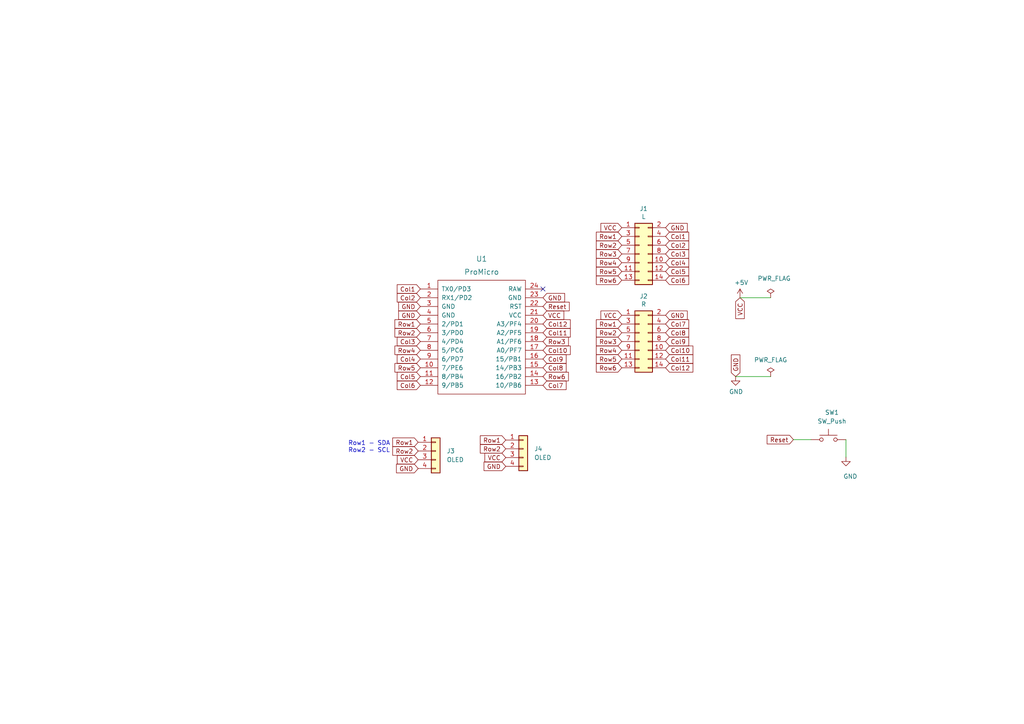
<source format=kicad_sch>
(kicad_sch (version 20211123) (generator eeschema)
  (paper "A4")
  (title_block (title "Pragmatic Bridge Module") (date "2021-11-30") (rev "V0.3") (company "James Sa"))
  (lib_symbols
    (symbol "Connector_Generic:Conn_01x04" (pin_names (offset 1.016) hide)
      (property "Reference" "J" (at 0 5.08 0))
      (property "Value" "Conn_01x04" (at 0 -7.62 0))
      (symbol "Conn_01x04_1_1"
        (rectangle (start -1.27 -4.953) (end 0 -5.207) (stroke (width 0.1524)))
        (rectangle (start -1.27 -2.413) (end 0 -2.667) (stroke (width 0.1524)))
        (rectangle (start -1.27 0.127) (end 0 -0.127) (stroke (width 0.1524)))
        (rectangle (start -1.27 2.667) (end 0 2.413) (stroke (width 0.1524)))
        (rectangle (start -1.27 3.81) (end 1.27 -6.35) (stroke (width 0.254)) (fill (type background)))
        (pin passive line (at -5.08 2.54 0) (length 3.81) (name "Pin_1") (number "1"))
        (pin passive line (at -5.08 0 0) (length 3.81) (name "Pin_2") (number "2"))
        (pin passive line (at -5.08 -2.54 0) (length 3.81) (name "Pin_3") (number "3"))
        (pin passive line (at -5.08 -5.08 0) (length 3.81) (name "Pin_4") (number "4"))
      )
    )
    (symbol "Connector_Generic:Conn_02x07_Odd_Even" (pin_names (offset 1.016) hide)
      (property "Reference" "J" (at 1.27 10.16 0))
      (property "Value" "Conn_02x07_Odd_Even" (at 1.27 -10.16 0))
      (symbol "Conn_02x07_Odd_Even_1_1"
        (rectangle (start -1.27 -7.493) (end 0 -7.747) (stroke (width 0.1524)))
        (rectangle (start -1.27 -4.953) (end 0 -5.207) (stroke (width 0.1524)))
        (rectangle (start -1.27 -2.413) (end 0 -2.667) (stroke (width 0.1524)))
        (rectangle (start -1.27 0.127) (end 0 -0.127) (stroke (width 0.1524)))
        (rectangle (start -1.27 2.667) (end 0 2.413) (stroke (width 0.1524)))
        (rectangle (start -1.27 5.207) (end 0 4.953) (stroke (width 0.1524)))
        (rectangle (start -1.27 7.747) (end 0 7.493) (stroke (width 0.1524)))
        (rectangle (start -1.27 8.89) (end 3.81 -8.89) (stroke (width 0.254)) (fill (type background)))
        (rectangle (start 3.81 -7.493) (end 2.54 -7.747) (stroke (width 0.1524)))
        (rectangle (start 3.81 -4.953) (end 2.54 -5.207) (stroke (width 0.1524)))
        (rectangle (start 3.81 -2.413) (end 2.54 -2.667) (stroke (width 0.1524)))
        (rectangle (start 3.81 0.127) (end 2.54 -0.127) (stroke (width 0.1524)))
        (rectangle (start 3.81 2.667) (end 2.54 2.413) (stroke (width 0.1524)))
        (rectangle (start 3.81 5.207) (end 2.54 4.953) (stroke (width 0.1524)))
        (rectangle (start 3.81 7.747) (end 2.54 7.493) (stroke (width 0.1524)))
        (pin passive line (at -5.08 7.62 0) (length 3.81) (name "Pin_1") (number "1"))
        (pin passive line (at 7.62 -2.54 180) (length 3.81) (name "Pin_10") (number "10"))
        (pin passive line (at -5.08 -5.08 0) (length 3.81) (name "Pin_11") (number "11"))
        (pin passive line (at 7.62 -5.08 180) (length 3.81) (name "Pin_12") (number "12"))
        (pin passive line (at -5.08 -7.62 0) (length 3.81) (name "Pin_13") (number "13"))
        (pin passive line (at 7.62 -7.62 180) (length 3.81) (name "Pin_14") (number "14"))
        (pin passive line (at 7.62 7.62 180) (length 3.81) (name "Pin_2") (number "2"))
        (pin passive line (at -5.08 5.08 0) (length 3.81) (name "Pin_3") (number "3"))
        (pin passive line (at 7.62 5.08 180) (length 3.81) (name "Pin_4") (number "4"))
        (pin passive line (at -5.08 2.54 0) (length 3.81) (name "Pin_5") (number "5"))
        (pin passive line (at 7.62 2.54 180) (length 3.81) (name "Pin_6") (number "6"))
        (pin passive line (at -5.08 0 0) (length 3.81) (name "Pin_7") (number "7"))
        (pin passive line (at 7.62 0 180) (length 3.81) (name "Pin_8") (number "8"))
        (pin passive line (at -5.08 -2.54 0) (length 3.81) (name "Pin_9") (number "9"))
      )
    )
    (symbol "Keyboard_Keebio:ProMicro" (pin_names (offset 1.016))
      (property "Reference" "U" (at 0 0 0))
      (property "Value" "ProMicro" (at 0 -19.05 0))
      (symbol "ProMicro_0_1"
        (rectangle (start -12.7 -16.51) (end 12.7 16.51))
      )
      (symbol "ProMicro_1_1"
        (pin input line (at -17.78 13.97 0) (length 5.08) (name "TX0/PD3") (number "1"))
        (pin input line (at -17.78 -8.89 0) (length 5.08) (name "7/PE6") (number "10"))
        (pin input line (at -17.78 -11.43 0) (length 5.08) (name "8/PB4") (number "11"))
        (pin input line (at -17.78 -13.97 0) (length 5.08) (name "9/PB5") (number "12"))
        (pin input line (at 17.78 -13.97 180) (length 5.08) (name "10/PB6") (number "13"))
        (pin input line (at 17.78 -11.43 180) (length 5.08) (name "16/PB2") (number "14"))
        (pin input line (at 17.78 -8.89 180) (length 5.08) (name "14/PB3") (number "15"))
        (pin input line (at 17.78 -6.35 180) (length 5.08) (name "15/PB1") (number "16"))
        (pin input line (at 17.78 -3.81 180) (length 5.08) (name "A0/PF7") (number "17"))
        (pin input line (at 17.78 -1.27 180) (length 5.08) (name "A1/PF6") (number "18"))
        (pin input line (at 17.78 1.27 180) (length 5.08) (name "A2/PF5") (number "19"))
        (pin input line (at -17.78 11.43 0) (length 5.08) (name "RX1/PD2") (number "2"))
        (pin input line (at 17.78 3.81 180) (length 5.08) (name "A3/PF4") (number "20"))
        (pin input line (at 17.78 6.35 180) (length 5.08) (name "VCC") (number "21"))
        (pin input line (at 17.78 8.89 180) (length 5.08) (name "RST") (number "22"))
        (pin input line (at 17.78 11.43 180) (length 5.08) (name "GND") (number "23"))
        (pin input line (at 17.78 13.97 180) (length 5.08) (name "RAW") (number "24"))
        (pin input line (at -17.78 8.89 0) (length 5.08) (name "GND") (number "3"))
        (pin input line (at -17.78 6.35 0) (length 5.08) (name "GND") (number "4"))
        (pin input line (at -17.78 3.81 0) (length 5.08) (name "2/PD1") (number "5"))
        (pin input line (at -17.78 1.27 0) (length 5.08) (name "3/PD0") (number "6"))
        (pin input line (at -17.78 -1.27 0) (length 5.08) (name "4/PD4") (number "7"))
        (pin input line (at -17.78 -3.81 0) (length 5.08) (name "5/PC6") (number "8"))
        (pin input line (at -17.78 -6.35 0) (length 5.08) (name "6/PD7") (number "9"))
      )
    )
    (symbol "Switch:SW_Push" (pin_numbers hide) (pin_names (offset 1.016) hide)
      (property "Reference" "SW" (at 1.27 2.54 0))
      (property "Value" "SW_Push" (at 0 -1.524 0))
      (symbol "SW_Push_0_1"
        (circle (center -2.032 0) (radius 0.508))
        (polyline (pts (xy 0 1.27) (xy 0 3.048)))
        (polyline (pts (xy 2.54 1.27) (xy -2.54 1.27)))
        (circle (center 2.032 0) (radius 0.508))
        (pin passive line (at -5.08 0 0) (length 2.54) (name "1") (number "1"))
        (pin passive line (at 5.08 0 180) (length 2.54) (name "2") (number "2"))
      )
    )
    (symbol "power:+5V" (power) (pin_names (offset 0))
      (property "Value" "+5V" (at 0 3.556 0))
      (symbol "+5V_0_1"
        (polyline (pts (xy -0.762 1.27) (xy 0 2.54)))
        (polyline (pts (xy 0 0) (xy 0 2.54)))
        (polyline (pts (xy 0 2.54) (xy 0.762 1.27)))
      )
      (symbol "+5V_1_1"
        (pin power_in line (at 0 0 90) (length 0) hide (name "+5V") (number "1"))
      )
    )
    (symbol "power:GND" (power) (pin_names (offset 0))
      (property "Value" "GND" (at 0 -3.81 0))
      (symbol "GND_0_1"
        (polyline (pts (xy 0 0) (xy 0 -1.27) (xy 1.27 -1.27) (xy 0 -2.54) (xy -1.27 -1.27) (xy 0 -1.27)))
      )
      (symbol "GND_1_1"
        (pin power_in line (at 0 0 270) (length 0) hide (name "GND") (number "1"))
      )
    )
    (symbol "power:PWR_FLAG" (power) (pin_numbers hide) (pin_names (offset 0) hide)
      (property "Value" "PWR_FLAG" (at 0 3.81 0))
      (symbol "PWR_FLAG_0_0"
        (pin power_out line (at 0 0 90) (length 0) (name "pwr") (number "1"))
      )
      (symbol "PWR_FLAG_0_1"
        (polyline (pts (xy 0 0) (xy 0 1.27) (xy -1.016 1.905) (xy 0 2.54) (xy 1.016 1.905) (xy 0 1.27)))
      )
    )
  )
  (no_connect (at 157.48 83.82))
  (wire (pts (xy 230.124 127.508) (xy 235.204 127.508)))
  (wire (pts (xy 245.364 127.508) (xy 245.364 132.588)))
  (wire (pts (xy 213.36 109.22) (xy 223.52 109.22)))
  (wire (pts (xy 223.52 86.36) (xy 214.63 86.36)))
  (text "Row1 - SDA\nRow2 - SCL" (at 100.965 131.445 0) (effects (font (size 1.27 1.27)) (justify left bottom)))
  (global_label "Col5" (shape input) (at 193.04 78.74 0) (property "Intersheet References" "${INTERSHEET_REFS}" (effects hide)))
  (global_label "Reset" (shape input) (at 157.48 88.9 0) (property "Intersheet References" "${INTERSHEET_REFS}" (effects hide)))
  (global_label "Col2" (shape input) (at 121.92 86.36 180) (property "Intersheet References" "${INTERSHEET_REFS}" (effects hide)))
  (global_label "GND" (shape input) (at 121.92 88.9 180) (property "Intersheet References" "${INTERSHEET_REFS}" (effects hide)))
  (global_label "Row3" (shape input) (at 157.48 99.06 0) (property "Intersheet References" "${INTERSHEET_REFS}" (effects hide)))
  (global_label "Col2" (shape input) (at 193.04 71.12 0) (property "Intersheet References" "${INTERSHEET_REFS}" (effects hide)))
  (global_label "Row4" (shape input) (at 180.34 101.6 180) (property "Intersheet References" "${INTERSHEET_REFS}" (effects hide)))
  (global_label "Col7" (shape input) (at 157.48 111.76 0) (property "Intersheet References" "${INTERSHEET_REFS}" (effects hide)))
  (global_label "Col6" (shape input) (at 121.92 111.76 180) (property "Intersheet References" "${INTERSHEET_REFS}" (effects hide)))
  (global_label "Row2" (shape input) (at 121.285 130.81 180) (property "Intersheet References" "${INTERSHEET_REFS}" (effects hide)))
  (global_label "Row6" (shape input) (at 157.48 109.22 0) (property "Intersheet References" "${INTERSHEET_REFS}" (effects hide)))
  (global_label "Row1" (shape input) (at 121.92 93.98 180) (property "Intersheet References" "${INTERSHEET_REFS}" (effects hide)))
  (global_label "GND" (shape input) (at 146.685 135.255 180) (property "Intersheet References" "${INTERSHEET_REFS}" (effects hide)))
  (global_label "VCC" (shape input) (at 214.63 86.36 270) (property "Intersheet References" "${INTERSHEET_REFS}" (effects hide)))
  (global_label "Row1" (shape input) (at 180.34 93.98 180) (property "Intersheet References" "${INTERSHEET_REFS}" (effects hide)))
  (global_label "Row6" (shape input) (at 180.34 106.68 180) (property "Intersheet References" "${INTERSHEET_REFS}" (effects hide)))
  (global_label "Col3" (shape input) (at 121.92 99.06 180) (property "Intersheet References" "${INTERSHEET_REFS}" (effects hide)))
  (global_label "Col8" (shape input) (at 157.48 106.68 0) (property "Intersheet References" "${INTERSHEET_REFS}" (effects hide)))
  (global_label "Row5" (shape input) (at 180.34 78.74 180) (property "Intersheet References" "${INTERSHEET_REFS}" (effects hide)))
  (global_label "Row4" (shape input) (at 121.92 101.6 180) (property "Intersheet References" "${INTERSHEET_REFS}" (effects hide)))
  (global_label "Col4" (shape input) (at 193.04 76.2 0) (property "Intersheet References" "${INTERSHEET_REFS}" (effects hide)))
  (global_label "Row6" (shape input) (at 180.34 81.28 180) (property "Intersheet References" "${INTERSHEET_REFS}" (effects hide)))
  (global_label "Row3" (shape input) (at 180.34 99.06 180) (property "Intersheet References" "${INTERSHEET_REFS}" (effects hide)))
  (global_label "Col10" (shape input) (at 193.04 101.6 0) (property "Intersheet References" "${INTERSHEET_REFS}" (effects hide)))
  (global_label "GND" (shape input) (at 193.04 66.04 0) (property "Intersheet References" "${INTERSHEET_REFS}" (effects hide)))
  (global_label "VCC" (shape input) (at 180.34 66.04 180) (property "Intersheet References" "${INTERSHEET_REFS}" (effects hide)))
  (global_label "GND" (shape input) (at 121.92 91.44 180) (property "Intersheet References" "${INTERSHEET_REFS}" (effects hide)))
  (global_label "VCC" (shape input) (at 180.34 91.44 180) (property "Intersheet References" "${INTERSHEET_REFS}" (effects hide)))
  (global_label "Col1" (shape input) (at 121.92 83.82 180) (property "Intersheet References" "${INTERSHEET_REFS}" (effects hide)))
  (global_label "Row2" (shape input) (at 180.34 71.12 180) (property "Intersheet References" "${INTERSHEET_REFS}" (effects hide)))
  (global_label "Row1" (shape input) (at 146.685 127.635 180) (property "Intersheet References" "${INTERSHEET_REFS}" (effects hide)))
  (global_label "Col1" (shape input) (at 193.04 68.58 0) (property "Intersheet References" "${INTERSHEET_REFS}" (effects hide)))
  (global_label "Col4" (shape input) (at 121.92 104.14 180) (property "Intersheet References" "${INTERSHEET_REFS}" (effects hide)))
  (global_label "VCC" (shape input) (at 121.285 133.35 180) (property "Intersheet References" "${INTERSHEET_REFS}" (effects hide)))
  (global_label "Row3" (shape input) (at 180.34 73.66 180) (property "Intersheet References" "${INTERSHEET_REFS}" (effects hide)))
  (global_label "VCC" (shape input) (at 146.685 132.715 180) (property "Intersheet References" "${INTERSHEET_REFS}" (effects hide)))
  (global_label "Col10" (shape input) (at 157.48 101.6 0) (property "Intersheet References" "${INTERSHEET_REFS}" (effects hide)))
  (global_label "GND" (shape input) (at 121.285 135.89 180) (property "Intersheet References" "${INTERSHEET_REFS}" (effects hide)))
  (global_label "Col5" (shape input) (at 121.92 109.22 180) (property "Intersheet References" "${INTERSHEET_REFS}" (effects hide)))
  (global_label "Col12" (shape input) (at 157.48 93.98 0) (property "Intersheet References" "${INTERSHEET_REFS}" (effects hide)))
  (global_label "Row1" (shape input) (at 121.285 128.27 180) (property "Intersheet References" "${INTERSHEET_REFS}" (effects hide)))
  (global_label "Reset" (shape input) (at 230.124 127.508 180) (property "Intersheet References" "${INTERSHEET_REFS}" (effects hide)))
  (global_label "Row2" (shape input) (at 121.92 96.52 180) (property "Intersheet References" "${INTERSHEET_REFS}" (effects hide)))
  (global_label "Row4" (shape input) (at 180.34 76.2 180) (property "Intersheet References" "${INTERSHEET_REFS}" (effects hide)))
  (global_label "Row5" (shape input) (at 121.92 106.68 180) (property "Intersheet References" "${INTERSHEET_REFS}" (effects hide)))
  (global_label "Row1" (shape input) (at 180.34 68.58 180) (property "Intersheet References" "${INTERSHEET_REFS}" (effects hide)))
  (global_label "Col11" (shape input) (at 157.48 96.52 0) (property "Intersheet References" "${INTERSHEET_REFS}" (effects hide)))
  (global_label "Col11" (shape input) (at 193.04 104.14 0) (property "Intersheet References" "${INTERSHEET_REFS}" (effects hide)))
  (global_label "GND" (shape input) (at 213.36 109.22 90) (property "Intersheet References" "${INTERSHEET_REFS}" (effects hide)))
  (global_label "Col9" (shape input) (at 157.48 104.14 0) (property "Intersheet References" "${INTERSHEET_REFS}" (effects hide)))
  (global_label "Col6" (shape input) (at 193.04 81.28 0) (property "Intersheet References" "${INTERSHEET_REFS}" (effects hide)))
  (global_label "Col12" (shape input) (at 193.04 106.68 0) (property "Intersheet References" "${INTERSHEET_REFS}" (effects hide)))
  (global_label "VCC" (shape input) (at 157.48 91.44 0) (property "Intersheet References" "${INTERSHEET_REFS}" (effects hide)))
  (global_label "Col7" (shape input) (at 193.04 93.98 0) (property "Intersheet References" "${INTERSHEET_REFS}" (effects hide)))
  (global_label "Row2" (shape input) (at 180.34 96.52 180) (property "Intersheet References" "${INTERSHEET_REFS}" (effects hide)))
  (global_label "Col9" (shape input) (at 193.04 99.06 0) (property "Intersheet References" "${INTERSHEET_REFS}" (effects hide)))
  (global_label "Row2" (shape input) (at 146.685 130.175 180) (property "Intersheet References" "${INTERSHEET_REFS}" (effects hide)))
  (global_label "Col8" (shape input) (at 193.04 96.52 0) (property "Intersheet References" "${INTERSHEET_REFS}" (effects hide)))
  (global_label "GND" (shape input) (at 157.48 86.36 0) (property "Intersheet References" "${INTERSHEET_REFS}" (effects hide)))
  (global_label "Col3" (shape input) (at 193.04 73.66 0) (property "Intersheet References" "${INTERSHEET_REFS}" (effects hide)))
  (global_label "GND" (shape input) (at 193.04 91.44 0) (property "Intersheet References" "${INTERSHEET_REFS}" (effects hide)))
  (global_label "Row5" (shape input) (at 180.34 104.14 180) (property "Intersheet References" "${INTERSHEET_REFS}" (effects hide)))
  (symbol (lib_id "Connector_Generic:Conn_02x07_Odd_Even") (at 185.42 73.66 0) (unit 1)
    (property "Reference" "J1" (at 186.69 60.5282 0))
    (property "Value" "L" (at 186.69 62.8396 0))
    (property "Footprint" "Connector_IDC:IDC-Header_2x07_P2.54mm_Vertical" (effects hide))
    (property "LCSC" "C3406" (effects hide))
  )
  (symbol (lib_id "Connector_Generic:Conn_02x07_Odd_Even") (at 185.42 99.06 0) (unit 1)
    (property "Reference" "J2" (at 186.69 85.9282 0))
    (property "Value" "R" (at 186.69 88.2396 0))
    (property "Footprint" "Connector_IDC:IDC-Header_2x07_P2.54mm_Vertical" (effects hide))
    (property "LCSC" "C3406" (effects hide))
  )
  (symbol (lib_id "power:+5V") (at 214.63 86.36 0) (unit 1)
    (property "Reference" "#PWR0101" (effects hide))
    (property "Value" "+5V" (at 215.011 81.9658 0))
  )
  (symbol (lib_id "Switch:SW_Push") (at 240.284 127.508 0) (unit 1)
    (property "Reference" "SW1" (at 241.3 119.634 0))
    (property "Value" "SW_Push" (at 241.3 122.174 0))
    (property "Footprint" "Button_Switch_THT:SW_PUSH_6mm" (effects hide))
    (property "LCSC" "C620316" (effects hide))
  )
  (symbol (lib_id "power:GND") (at 245.364 132.588 0) (unit 1)
    (property "Reference" "#PWR01" (effects hide))
    (property "Value" "GND" (at 246.634 138.176 0))
  )
  (symbol (lib_id "power:PWR_FLAG") (at 223.52 86.36 0) (unit 1)
    (property "Reference" "#FLG0101" (effects hide))
    (property "Value" "PWR_FLAG" (at 224.536 80.772 0))
  )
  (symbol (lib_id "power:GND") (at 213.36 109.22 0) (unit 1)
    (property "Reference" "#PWR0103" (effects hide))
    (property "Value" "GND" (at 213.487 113.6142 0))
  )
  (symbol (lib_id "power:PWR_FLAG") (at 223.52 109.22 0) (unit 1)
    (property "Reference" "#FLG0102" (effects hide))
    (property "Value" "PWR_FLAG" (at 223.52 104.394 0))
  )
  (symbol (lib_id "Connector_Generic:Conn_01x04") (at 126.365 130.81 0) (unit 1)
    (property "Reference" "J3" (at 129.54 130.8099 0) (effects (justify left)))
    (property "Value" "OLED" (at 129.54 133.3499 0) (effects (justify left)))
    (property "Footprint" "Keyboard_JSA:SSD1306_OLED-0.91-128x32" (effects hide))
  )
  (symbol (lib_id "Keyboard_Keebio:ProMicro") (at 139.7 97.79 0) (unit 1)
    (property "Reference" "U1" (at 139.7 75.0824 0) (effects (font (size 1.524 1.524))))
    (property "Value" "ProMicro" (at 139.7 78.8924 0) (effects (font (size 1.524 1.524))))
    (property "Footprint" "Keyboard_JSA:ProMicro Type C Reversed" (effects hide))
  )
  (symbol (lib_id "Connector_Generic:Conn_01x04") (at 151.765 130.175 0) (unit 1)
    (property "Reference" "J4" (at 154.94 130.1749 0) (effects (justify left)))
    (property "Value" "OLED" (at 154.94 132.7149 0) (effects (justify left)))
    (property "Footprint" "Keyboard_JSA:SSD1306_OLED-0.91-128x32" (effects hide))
  )
)
</source>
